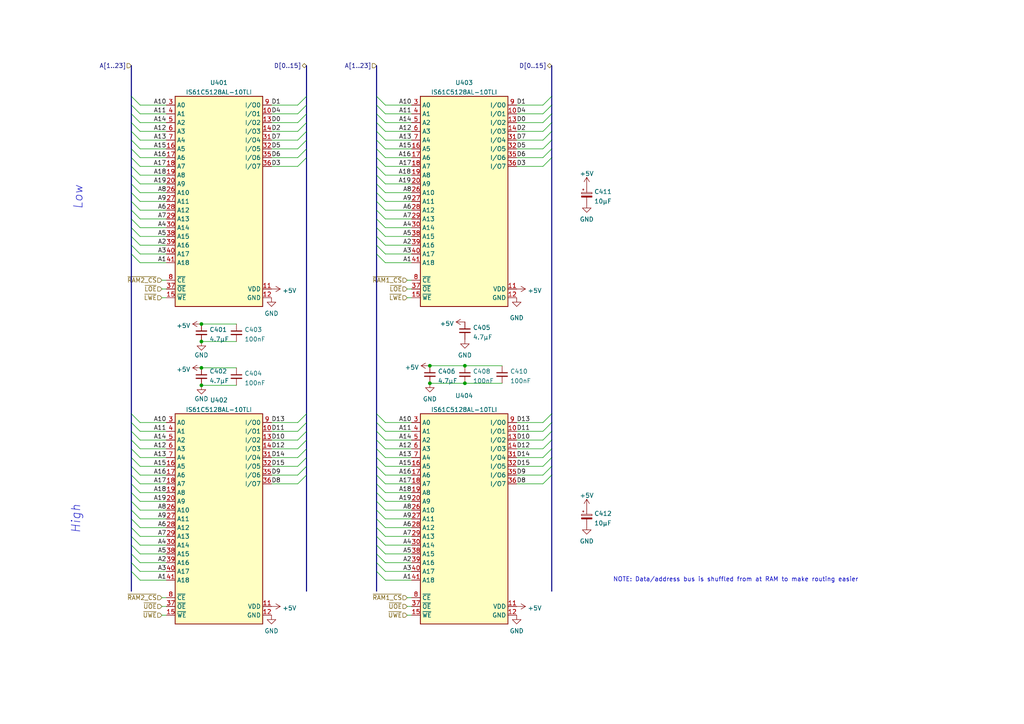
<source format=kicad_sch>
(kicad_sch (version 20210621) (generator eeschema)
  (paper "A4")
  (lib_symbols
    (symbol "68komputer-common:IS61C5128AL-10TLI"
      (property "Reference" "U" (at -10.16 31.75 0))
      (property "Value" "IS61C5128AL-10TLI" (at 12.7 31.75 0))
      (symbol "IS61C5128AL-10TLI_0_1"
        (rectangle (start -12.7 30.48) (end 12.7 -30.48) (stroke (width 0.254)) (fill (type background)))
      )
      (symbol "IS61C5128AL-10TLI_1_1"
        (pin no_connect line (at 12.7 -17.78 180) (length 2.54) hide (name "NC") (number "1"))
        (pin bidirectional line (at 15.24 25.4 180) (length 2.54) (name "I/O1") (number "10"))
        (pin power_in line (at 15.24 -25.4 180) (length 2.54) (name "VDD") (number "11"))
        (pin power_in line (at 15.24 -27.94 180) (length 2.54) (name "GND") (number "12"))
        (pin bidirectional line (at 15.24 22.86 180) (length 2.54) (name "I/O2") (number "13"))
        (pin bidirectional line (at 15.24 20.32 180) (length 2.54) (name "I/O3") (number "14"))
        (pin input line (at -15.24 -27.94 0) (length 2.54) (name "~{WE}") (number "15"))
        (pin input line (at -15.24 15.24 0) (length 2.54) (name "A5") (number "16"))
        (pin input line (at -15.24 12.7 0) (length 2.54) (name "A6") (number "17"))
        (pin input line (at -15.24 10.16 0) (length 2.54) (name "A7") (number "18"))
        (pin input line (at -15.24 7.62 0) (length 2.54) (name "A8") (number "19"))
        (pin no_connect line (at 12.7 -15.24 180) (length 2.54) hide (name "NC") (number "2"))
        (pin input line (at -15.24 5.08 0) (length 2.54) (name "A9") (number "20"))
        (pin no_connect line (at 12.7 -12.7 180) (length 2.54) hide (name "NC") (number "21"))
        (pin no_connect line (at 12.7 -10.16 180) (length 2.54) hide (name "NC") (number "22"))
        (pin no_connect line (at 12.7 -7.62 180) (length 2.54) hide (name "NC") (number "23"))
        (pin no_connect line (at 12.7 -5.08 180) (length 2.54) hide (name "NC") (number "24"))
        (pin no_connect line (at 12.7 -2.54 180) (length 2.54) hide (name "NC") (number "25"))
        (pin input line (at -15.24 2.54 0) (length 2.54) (name "A10") (number "26"))
        (pin input line (at -15.24 0 0) (length 2.54) (name "A11") (number "27"))
        (pin input line (at -15.24 -2.54 0) (length 2.54) (name "A12") (number "28"))
        (pin input line (at -15.24 -5.08 0) (length 2.54) (name "A13") (number "29"))
        (pin input line (at -15.24 27.94 0) (length 2.54) (name "A0") (number "3"))
        (pin input line (at -15.24 -7.62 0) (length 2.54) (name "A14") (number "30"))
        (pin bidirectional line (at 15.24 17.78 180) (length 2.54) (name "I/O4") (number "31"))
        (pin bidirectional line (at 15.24 15.24 180) (length 2.54) (name "I/O5") (number "32"))
        (pin passive line (at 15.24 -25.4 180) (length 2.54) hide (name "VDD") (number "33"))
        (pin passive line (at 15.24 -27.94 180) (length 2.54) hide (name "GND") (number "34"))
        (pin bidirectional line (at 15.24 12.7 180) (length 2.54) (name "I/O6") (number "35"))
        (pin bidirectional line (at 15.24 10.16 180) (length 2.54) (name "I/O7") (number "36"))
        (pin input line (at -15.24 -25.4 0) (length 2.54) (name "~{OE}") (number "37"))
        (pin input line (at -15.24 -10.16 0) (length 2.54) (name "A15") (number "38"))
        (pin input line (at -15.24 -12.7 0) (length 2.54) (name "A16") (number "39"))
        (pin input line (at -15.24 25.4 0) (length 2.54) (name "A1") (number "4"))
        (pin input line (at -15.24 -15.24 0) (length 2.54) (name "A17") (number "40"))
        (pin input line (at -15.24 -17.78 0) (length 2.54) (name "A18") (number "41"))
        (pin no_connect line (at 12.7 0 180) (length 2.54) hide (name "NC") (number "42"))
        (pin no_connect line (at 12.7 2.54 180) (length 2.54) hide (name "NC") (number "43"))
        (pin no_connect line (at 12.7 5.08 180) (length 2.54) hide (name "NC") (number "44"))
        (pin input line (at -15.24 22.86 0) (length 2.54) (name "A2") (number "5"))
        (pin input line (at -15.24 20.32 0) (length 2.54) (name "A3") (number "6"))
        (pin input line (at -15.24 17.78 0) (length 2.54) (name "A4") (number "7"))
        (pin input line (at -15.24 -22.86 0) (length 2.54) (name "~{CE}") (number "8"))
        (pin bidirectional line (at 15.24 27.94 180) (length 2.54) (name "I/O0") (number "9"))
      )
    )
    (symbol "Device:C_Polarized_Small" (pin_numbers hide) (pin_names (offset 0.254) hide)
      (property "Reference" "C" (at 0.254 1.778 0))
      (property "Value" "C_Polarized_Small" (at 0.254 -2.032 0))
      (symbol "C_Polarized_Small_0_1"
        (rectangle (start -1.524 -0.3048) (end 1.524 -0.6858) (fill (type outline)))
        (rectangle (start -1.524 0.6858) (end 1.524 0.3048))
        (polyline (pts (xy -1.27 1.524) (xy -0.762 1.524)))
        (polyline (pts (xy -1.016 1.27) (xy -1.016 1.778)))
      )
      (symbol "C_Polarized_Small_1_1"
        (pin passive line (at 0 2.54 270) (length 1.8542) (name "~") (number "1"))
        (pin passive line (at 0 -2.54 90) (length 1.8542) (name "~") (number "2"))
      )
    )
    (symbol "Device:C_Small" (pin_numbers hide) (pin_names (offset 0.254) hide)
      (property "Reference" "C" (at 0.254 1.778 0))
      (property "Value" "C_Small" (at 0.254 -2.032 0))
      (symbol "C_Small_0_1"
        (polyline (pts (xy -1.524 -0.508) (xy 1.524 -0.508)) (stroke (width 0.3302)))
        (polyline (pts (xy -1.524 0.508) (xy 1.524 0.508)) (stroke (width 0.3048)))
      )
      (symbol "C_Small_1_1"
        (pin passive line (at 0 2.54 270) (length 2.032) (name "~") (number "1"))
        (pin passive line (at 0 -2.54 90) (length 2.032) (name "~") (number "2"))
      )
    )
    (symbol "power:+5V" (power) (pin_names (offset 0))
      (property "Value" "+5V" (at 0 3.556 0))
      (symbol "+5V_0_1"
        (polyline (pts (xy -0.762 1.27) (xy 0 2.54)))
        (polyline (pts (xy 0 0) (xy 0 2.54)))
        (polyline (pts (xy 0 2.54) (xy 0.762 1.27)))
      )
      (symbol "+5V_1_1"
        (pin power_in line (at 0 0 90) (length 0) hide (name "+5V") (number "1"))
      )
    )
    (symbol "power:GND" (power) (pin_names (offset 0))
      (property "Value" "GND" (at 0 -3.81 0))
      (symbol "GND_0_1"
        (polyline (pts (xy 0 0) (xy 0 -1.27) (xy 1.27 -1.27) (xy 0 -2.54) (xy -1.27 -1.27) (xy 0 -1.27)))
      )
      (symbol "GND_1_1"
        (pin power_in line (at 0 0 270) (length 0) hide (name "GND") (number "1"))
      )
    )
  )
  (junction (at 58.42 93.98))
  (junction (at 134.8359 106.0834))
  (junction (at 58.42 99.06))
  (junction (at 124.6759 111.1634))
  (junction (at 134.8359 111.1634))
  (junction (at 58.42 106.68))
  (junction (at 58.42 111.76))
  (junction (at 124.6759 106.0834))
  (bus_entry (at 109.22 125.095) (size 2.54 2.54))
  (bus_entry (at 38.1 127.635) (size 2.54 2.54))
  (bus_entry (at 38.1 142.875) (size 2.54 2.54))
  (bus_entry (at 157.48 127.635) (size 2.54 -2.54))
  (bus_entry (at 38.1 125.095) (size 2.54 2.54))
  (bus_entry (at 109.22 55.88) (size 2.54 2.54))
  (bus_entry (at 157.48 30.48) (size 2.54 -2.54))
  (bus_entry (at 38.1 130.175) (size 2.54 2.54))
  (bus_entry (at 109.22 120.015) (size 2.54 2.54))
  (bus_entry (at 109.22 160.655) (size 2.54 2.54))
  (bus_entry (at 157.48 45.72) (size 2.54 -2.54))
  (bus_entry (at 38.1 140.335) (size 2.54 2.54))
  (bus_entry (at 109.22 50.8) (size 2.54 2.54))
  (bus_entry (at 38.1 137.795) (size 2.54 2.54))
  (bus_entry (at 109.22 53.34) (size 2.54 2.54))
  (bus_entry (at 157.48 137.795) (size 2.54 -2.54))
  (bus_entry (at 86.36 30.48) (size 2.54 -2.54))
  (bus_entry (at 109.22 33.02) (size 2.54 2.54))
  (bus_entry (at 157.48 132.715) (size 2.54 -2.54))
  (bus_entry (at 157.48 130.175) (size 2.54 -2.54))
  (bus_entry (at 38.1 66.04) (size 2.54 2.54))
  (bus_entry (at 86.36 33.02) (size 2.54 -2.54))
  (bus_entry (at 38.1 30.48) (size 2.54 2.54))
  (bus_entry (at 38.1 73.66) (size 2.54 2.54))
  (bus_entry (at 38.1 147.955) (size 2.54 2.54))
  (bus_entry (at 157.48 35.56) (size 2.54 -2.54))
  (bus_entry (at 38.1 45.72) (size 2.54 2.54))
  (bus_entry (at 109.22 135.255) (size 2.54 2.54))
  (bus_entry (at 109.22 145.415) (size 2.54 2.54))
  (bus_entry (at 38.1 135.255) (size 2.54 2.54))
  (bus_entry (at 109.22 163.195) (size 2.54 2.54))
  (bus_entry (at 109.22 60.96) (size 2.54 2.54))
  (bus_entry (at 38.1 160.655) (size 2.54 2.54))
  (bus_entry (at 86.36 45.72) (size 2.54 -2.54))
  (bus_entry (at 86.36 38.1) (size 2.54 -2.54))
  (bus_entry (at 38.1 155.575) (size 2.54 2.54))
  (bus_entry (at 38.1 53.34) (size 2.54 2.54))
  (bus_entry (at 109.22 48.26) (size 2.54 2.54))
  (bus_entry (at 157.48 33.02) (size 2.54 -2.54))
  (bus_entry (at 109.22 127.635) (size 2.54 2.54))
  (bus_entry (at 109.22 130.175) (size 2.54 2.54))
  (bus_entry (at 38.1 33.02) (size 2.54 2.54))
  (bus_entry (at 157.48 40.64) (size 2.54 -2.54))
  (bus_entry (at 38.1 68.58) (size 2.54 2.54))
  (bus_entry (at 86.36 140.335) (size 2.54 -2.54))
  (bus_entry (at 86.36 122.555) (size 2.54 -2.54))
  (bus_entry (at 86.36 130.175) (size 2.54 -2.54))
  (bus_entry (at 109.22 30.48) (size 2.54 2.54))
  (bus_entry (at 38.1 38.1) (size 2.54 2.54))
  (bus_entry (at 38.1 150.495) (size 2.54 2.54))
  (bus_entry (at 109.22 40.64) (size 2.54 2.54))
  (bus_entry (at 38.1 55.88) (size 2.54 2.54))
  (bus_entry (at 109.22 38.1) (size 2.54 2.54))
  (bus_entry (at 157.48 125.095) (size 2.54 -2.54))
  (bus_entry (at 109.22 122.555) (size 2.54 2.54))
  (bus_entry (at 86.36 40.64) (size 2.54 -2.54))
  (bus_entry (at 38.1 122.555) (size 2.54 2.54))
  (bus_entry (at 38.1 120.015) (size 2.54 2.54))
  (bus_entry (at 109.22 66.04) (size 2.54 2.54))
  (bus_entry (at 109.22 27.94) (size 2.54 2.54))
  (bus_entry (at 109.22 132.715) (size 2.54 2.54))
  (bus_entry (at 38.1 158.115) (size 2.54 2.54))
  (bus_entry (at 38.1 35.56) (size 2.54 2.54))
  (bus_entry (at 38.1 40.64) (size 2.54 2.54))
  (bus_entry (at 86.36 48.26) (size 2.54 -2.54))
  (bus_entry (at 109.22 71.12) (size 2.54 2.54))
  (bus_entry (at 38.1 48.26) (size 2.54 2.54))
  (bus_entry (at 109.22 158.115) (size 2.54 2.54))
  (bus_entry (at 109.22 58.42) (size 2.54 2.54))
  (bus_entry (at 38.1 132.715) (size 2.54 2.54))
  (bus_entry (at 38.1 63.5) (size 2.54 2.54))
  (bus_entry (at 109.22 153.035) (size 2.54 2.54))
  (bus_entry (at 86.36 135.255) (size 2.54 -2.54))
  (bus_entry (at 109.22 142.875) (size 2.54 2.54))
  (bus_entry (at 109.22 147.955) (size 2.54 2.54))
  (bus_entry (at 109.22 140.335) (size 2.54 2.54))
  (bus_entry (at 86.36 125.095) (size 2.54 -2.54))
  (bus_entry (at 38.1 58.42) (size 2.54 2.54))
  (bus_entry (at 157.48 135.255) (size 2.54 -2.54))
  (bus_entry (at 109.22 137.795) (size 2.54 2.54))
  (bus_entry (at 38.1 163.195) (size 2.54 2.54))
  (bus_entry (at 38.1 153.035) (size 2.54 2.54))
  (bus_entry (at 157.48 122.555) (size 2.54 -2.54))
  (bus_entry (at 109.22 35.56) (size 2.54 2.54))
  (bus_entry (at 109.22 155.575) (size 2.54 2.54))
  (bus_entry (at 38.1 71.12) (size 2.54 2.54))
  (bus_entry (at 157.48 43.18) (size 2.54 -2.54))
  (bus_entry (at 86.36 35.56) (size 2.54 -2.54))
  (bus_entry (at 86.36 137.795) (size 2.54 -2.54))
  (bus_entry (at 157.48 48.26) (size 2.54 -2.54))
  (bus_entry (at 109.22 43.18) (size 2.54 2.54))
  (bus_entry (at 38.1 145.415) (size 2.54 2.54))
  (bus_entry (at 38.1 60.96) (size 2.54 2.54))
  (bus_entry (at 157.48 38.1) (size 2.54 -2.54))
  (bus_entry (at 86.36 127.635) (size 2.54 -2.54))
  (bus_entry (at 109.22 45.72) (size 2.54 2.54))
  (bus_entry (at 38.1 50.8) (size 2.54 2.54))
  (bus_entry (at 38.1 27.94) (size 2.54 2.54))
  (bus_entry (at 157.48 140.335) (size 2.54 -2.54))
  (bus_entry (at 109.22 150.495) (size 2.54 2.54))
  (bus_entry (at 109.22 63.5) (size 2.54 2.54))
  (bus_entry (at 109.22 73.66) (size 2.54 2.54))
  (bus_entry (at 86.36 43.18) (size 2.54 -2.54))
  (bus_entry (at 109.22 165.735) (size 2.54 2.54))
  (bus_entry (at 86.36 132.715) (size 2.54 -2.54))
  (bus_entry (at 38.1 165.735) (size 2.54 2.54))
  (bus_entry (at 109.22 68.58) (size 2.54 2.54))
  (bus_entry (at 38.1 43.18) (size 2.54 2.54))
  (wire (pts (xy 40.64 122.555) (xy 48.26 122.555)))
  (wire (pts (xy 78.74 135.255) (xy 86.36 135.255)))
  (wire (pts (xy 111.76 155.575) (xy 119.38 155.575)))
  (wire (pts (xy 78.74 33.02) (xy 86.36 33.02)))
  (wire (pts (xy 149.86 140.335) (xy 157.48 140.335)))
  (wire (pts (xy 124.6759 111.1634) (xy 134.8359 111.1634)))
  (bus (pts (xy 109.22 155.575) (xy 109.22 158.115)))
  (bus (pts (xy 109.22 150.495) (xy 109.22 153.035)))
  (bus (pts (xy 109.22 153.035) (xy 109.22 155.575)))
  (bus (pts (xy 109.22 145.415) (xy 109.22 147.955)))
  (bus (pts (xy 109.22 142.875) (xy 109.22 145.415)))
  (bus (pts (xy 109.22 147.955) (xy 109.22 150.495)))
  (bus (pts (xy 109.22 160.655) (xy 109.22 163.195)))
  (bus (pts (xy 109.22 158.115) (xy 109.22 160.655)))
  (bus (pts (xy 109.22 165.735) (xy 109.22 171.45)))
  (bus (pts (xy 109.22 163.195) (xy 109.22 165.735)))
  (bus (pts (xy 109.22 140.335) (xy 109.22 142.875)))
  (bus (pts (xy 109.22 137.795) (xy 109.22 140.335)))
  (bus (pts (xy 109.22 55.88) (xy 109.22 58.42)))
  (bus (pts (xy 109.22 58.42) (xy 109.22 60.96)))
  (bus (pts (xy 109.22 45.72) (xy 109.22 48.26)))
  (bus (pts (xy 109.22 40.64) (xy 109.22 43.18)))
  (bus (pts (xy 109.22 43.18) (xy 109.22 45.72)))
  (bus (pts (xy 109.22 53.34) (xy 109.22 55.88)))
  (bus (pts (xy 109.22 48.26) (xy 109.22 50.8)))
  (bus (pts (xy 109.22 50.8) (xy 109.22 53.34)))
  (bus (pts (xy 109.22 38.1) (xy 109.22 40.64)))
  (bus (pts (xy 109.22 71.12) (xy 109.22 73.66)))
  (bus (pts (xy 109.22 68.58) (xy 109.22 71.12)))
  (bus (pts (xy 109.22 60.96) (xy 109.22 63.5)))
  (bus (pts (xy 109.22 63.5) (xy 109.22 66.04)))
  (bus (pts (xy 109.22 66.04) (xy 109.22 68.58)))
  (bus (pts (xy 109.22 35.56) (xy 109.22 38.1)))
  (bus (pts (xy 109.22 33.02) (xy 109.22 35.56)))
  (bus (pts (xy 109.22 30.48) (xy 109.22 33.02)))
  (bus (pts (xy 109.22 19.05) (xy 109.22 27.94)))
  (bus (pts (xy 109.22 27.94) (xy 109.22 30.48)))
  (bus (pts (xy 109.22 73.66) (xy 109.22 120.015)))
  (bus (pts (xy 109.22 122.555) (xy 109.22 125.095)))
  (bus (pts (xy 109.22 120.015) (xy 109.22 122.555)))
  (bus (pts (xy 109.22 132.715) (xy 109.22 135.255)))
  (bus (pts (xy 109.22 130.175) (xy 109.22 132.715)))
  (bus (pts (xy 109.22 135.255) (xy 109.22 137.795)))
  (bus (pts (xy 109.22 125.095) (xy 109.22 127.635)))
  (bus (pts (xy 109.22 127.635) (xy 109.22 130.175)))
  (bus (pts (xy 38.1 135.255) (xy 38.1 137.795)))
  (bus (pts (xy 38.1 140.335) (xy 38.1 142.875)))
  (bus (pts (xy 38.1 137.795) (xy 38.1 140.335)))
  (bus (pts (xy 38.1 125.095) (xy 38.1 127.635)))
  (bus (pts (xy 38.1 127.635) (xy 38.1 130.175)))
  (bus (pts (xy 38.1 130.175) (xy 38.1 132.715)))
  (bus (pts (xy 38.1 132.715) (xy 38.1 135.255)))
  (bus (pts (xy 38.1 145.415) (xy 38.1 147.955)))
  (bus (pts (xy 38.1 142.875) (xy 38.1 145.415)))
  (bus (pts (xy 38.1 150.495) (xy 38.1 153.035)))
  (bus (pts (xy 38.1 147.955) (xy 38.1 150.495)))
  (bus (pts (xy 38.1 153.035) (xy 38.1 155.575)))
  (bus (pts (xy 38.1 160.655) (xy 38.1 163.195)))
  (bus (pts (xy 38.1 155.575) (xy 38.1 158.115)))
  (bus (pts (xy 38.1 158.115) (xy 38.1 160.655)))
  (bus (pts (xy 38.1 163.195) (xy 38.1 165.735)))
  (bus (pts (xy 38.1 165.735) (xy 38.1 171.45)))
  (bus (pts (xy 38.1 73.66) (xy 38.1 120.015)))
  (bus (pts (xy 38.1 120.015) (xy 38.1 122.555)))
  (bus (pts (xy 38.1 122.555) (xy 38.1 125.095)))
  (bus (pts (xy 38.1 68.58) (xy 38.1 71.12)))
  (bus (pts (xy 38.1 71.12) (xy 38.1 73.66)))
  (bus (pts (xy 38.1 33.02) (xy 38.1 35.56)))
  (bus (pts (xy 38.1 30.48) (xy 38.1 33.02)))
  (bus (pts (xy 38.1 19.05) (xy 38.1 27.94)))
  (bus (pts (xy 38.1 27.94) (xy 38.1 30.48)))
  (bus (pts (xy 38.1 48.26) (xy 38.1 50.8)))
  (bus (pts (xy 38.1 45.72) (xy 38.1 48.26)))
  (bus (pts (xy 38.1 43.18) (xy 38.1 45.72)))
  (bus (pts (xy 38.1 38.1) (xy 38.1 40.64)))
  (bus (pts (xy 38.1 40.64) (xy 38.1 43.18)))
  (bus (pts (xy 38.1 35.56) (xy 38.1 38.1)))
  (bus (pts (xy 38.1 55.88) (xy 38.1 58.42)))
  (bus (pts (xy 38.1 58.42) (xy 38.1 60.96)))
  (bus (pts (xy 38.1 50.8) (xy 38.1 53.34)))
  (bus (pts (xy 38.1 53.34) (xy 38.1 55.88)))
  (bus (pts (xy 38.1 60.96) (xy 38.1 63.5)))
  (bus (pts (xy 38.1 66.04) (xy 38.1 68.58)))
  (bus (pts (xy 38.1 63.5) (xy 38.1 66.04)))
  (wire (pts (xy 111.76 63.5) (xy 119.38 63.5)))
  (wire (pts (xy 78.74 125.095) (xy 86.36 125.095)))
  (wire (pts (xy 111.76 147.955) (xy 119.38 147.955)))
  (wire (pts (xy 58.42 99.06) (xy 68.58 99.06)))
  (wire (pts (xy 40.64 130.175) (xy 48.26 130.175)))
  (wire (pts (xy 111.76 140.335) (xy 119.38 140.335)))
  (wire (pts (xy 111.76 135.255) (xy 119.38 135.255)))
  (wire (pts (xy 149.86 33.02) (xy 157.48 33.02)))
  (wire (pts (xy 111.76 142.875) (xy 119.38 142.875)))
  (wire (pts (xy 40.64 137.795) (xy 48.26 137.795)))
  (wire (pts (xy 40.64 145.415) (xy 48.26 145.415)))
  (wire (pts (xy 40.64 35.56) (xy 48.26 35.56)))
  (wire (pts (xy 46.99 86.36) (xy 48.26 86.36)))
  (wire (pts (xy 111.76 58.42) (xy 119.38 58.42)))
  (wire (pts (xy 149.86 130.175) (xy 157.48 130.175)))
  (wire (pts (xy 78.74 38.1) (xy 86.36 38.1)))
  (wire (pts (xy 78.74 40.64) (xy 86.36 40.64)))
  (bus (pts (xy 88.9 120.015) (xy 88.9 122.555)))
  (bus (pts (xy 88.9 125.095) (xy 88.9 127.635)))
  (bus (pts (xy 88.9 122.555) (xy 88.9 125.095)))
  (bus (pts (xy 88.9 137.795) (xy 88.9 171.45)))
  (bus (pts (xy 88.9 132.715) (xy 88.9 135.255)))
  (bus (pts (xy 88.9 135.255) (xy 88.9 137.795)))
  (bus (pts (xy 88.9 127.635) (xy 88.9 130.175)))
  (bus (pts (xy 88.9 130.175) (xy 88.9 132.715)))
  (bus (pts (xy 88.9 30.48) (xy 88.9 33.02)))
  (bus (pts (xy 88.9 33.02) (xy 88.9 35.56)))
  (bus (pts (xy 88.9 27.94) (xy 88.9 30.48)))
  (bus (pts (xy 88.9 19.05) (xy 88.9 27.94)))
  (bus (pts (xy 88.9 40.64) (xy 88.9 43.18)))
  (bus (pts (xy 88.9 43.18) (xy 88.9 45.72)))
  (bus (pts (xy 88.9 38.1) (xy 88.9 40.64)))
  (bus (pts (xy 88.9 35.56) (xy 88.9 38.1)))
  (bus (pts (xy 88.9 45.72) (xy 88.9 120.015)))
  (wire (pts (xy 149.86 45.72) (xy 157.48 45.72)))
  (wire (pts (xy 40.64 125.095) (xy 48.26 125.095)))
  (wire (pts (xy 149.86 127.635) (xy 157.48 127.635)))
  (wire (pts (xy 111.76 122.555) (xy 119.38 122.555)))
  (wire (pts (xy 78.74 140.335) (xy 86.36 140.335)))
  (wire (pts (xy 111.76 60.96) (xy 119.38 60.96)))
  (wire (pts (xy 40.64 63.5) (xy 48.26 63.5)))
  (wire (pts (xy 78.74 45.72) (xy 86.36 45.72)))
  (wire (pts (xy 40.64 53.34) (xy 48.26 53.34)))
  (wire (pts (xy 78.74 48.26) (xy 86.36 48.26)))
  (wire (pts (xy 118.11 83.82) (xy 119.38 83.82)))
  (wire (pts (xy 111.76 76.2) (xy 119.38 76.2)))
  (wire (pts (xy 111.76 150.495) (xy 119.38 150.495)))
  (wire (pts (xy 111.76 35.56) (xy 119.38 35.56)))
  (wire (pts (xy 111.76 137.795) (xy 119.38 137.795)))
  (wire (pts (xy 111.76 158.115) (xy 119.38 158.115)))
  (wire (pts (xy 111.76 33.02) (xy 119.38 33.02)))
  (wire (pts (xy 149.86 40.64) (xy 157.48 40.64)))
  (wire (pts (xy 40.64 40.64) (xy 48.26 40.64)))
  (wire (pts (xy 40.64 58.42) (xy 48.26 58.42)))
  (wire (pts (xy 40.64 71.12) (xy 48.26 71.12)))
  (wire (pts (xy 111.76 132.715) (xy 119.38 132.715)))
  (wire (pts (xy 124.6759 106.0834) (xy 134.8359 106.0834)))
  (wire (pts (xy 111.76 50.8) (xy 119.38 50.8)))
  (wire (pts (xy 149.86 135.255) (xy 157.48 135.255)))
  (wire (pts (xy 78.74 122.555) (xy 86.36 122.555)))
  (wire (pts (xy 149.86 43.18) (xy 157.48 43.18)))
  (wire (pts (xy 78.74 35.56) (xy 86.36 35.56)))
  (wire (pts (xy 40.64 147.955) (xy 48.26 147.955)))
  (wire (pts (xy 118.11 178.435) (xy 119.38 178.435)))
  (wire (pts (xy 40.64 132.715) (xy 48.26 132.715)))
  (wire (pts (xy 111.76 40.64) (xy 119.38 40.64)))
  (wire (pts (xy 111.76 130.175) (xy 119.38 130.175)))
  (wire (pts (xy 78.74 130.175) (xy 86.36 130.175)))
  (wire (pts (xy 149.86 132.715) (xy 157.48 132.715)))
  (wire (pts (xy 149.86 137.795) (xy 157.48 137.795)))
  (wire (pts (xy 78.74 127.635) (xy 86.36 127.635)))
  (wire (pts (xy 46.99 173.355) (xy 48.26 173.355)))
  (wire (pts (xy 58.42 111.76) (xy 68.58 111.76)))
  (wire (pts (xy 40.64 50.8) (xy 48.26 50.8)))
  (wire (pts (xy 40.64 158.115) (xy 48.26 158.115)))
  (wire (pts (xy 40.64 168.275) (xy 48.26 168.275)))
  (wire (pts (xy 40.64 38.1) (xy 48.26 38.1)))
  (wire (pts (xy 78.74 132.715) (xy 86.36 132.715)))
  (bus (pts (xy 160.02 127.635) (xy 160.02 130.175)))
  (bus (pts (xy 160.02 130.175) (xy 160.02 132.715)))
  (bus (pts (xy 160.02 125.095) (xy 160.02 127.635)))
  (bus (pts (xy 160.02 137.795) (xy 160.02 171.45)))
  (bus (pts (xy 160.02 132.715) (xy 160.02 135.255)))
  (bus (pts (xy 160.02 135.255) (xy 160.02 137.795)))
  (bus (pts (xy 160.02 122.555) (xy 160.02 125.095)))
  (bus (pts (xy 160.02 35.56) (xy 160.02 38.1)))
  (bus (pts (xy 160.02 33.02) (xy 160.02 35.56)))
  (bus (pts (xy 160.02 19.05) (xy 160.02 27.94)))
  (bus (pts (xy 160.02 27.94) (xy 160.02 30.48)))
  (bus (pts (xy 160.02 38.1) (xy 160.02 40.64)))
  (bus (pts (xy 160.02 43.18) (xy 160.02 45.72)))
  (bus (pts (xy 160.02 40.64) (xy 160.02 43.18)))
  (bus (pts (xy 160.02 30.48) (xy 160.02 33.02)))
  (bus (pts (xy 160.02 45.72) (xy 160.02 120.015)))
  (bus (pts (xy 160.02 120.015) (xy 160.02 122.555)))
  (wire (pts (xy 40.64 165.735) (xy 48.26 165.735)))
  (wire (pts (xy 111.76 30.48) (xy 119.38 30.48)))
  (wire (pts (xy 111.76 48.26) (xy 119.38 48.26)))
  (wire (pts (xy 40.64 140.335) (xy 48.26 140.335)))
  (wire (pts (xy 149.86 125.095) (xy 157.48 125.095)))
  (wire (pts (xy 40.64 76.2) (xy 48.26 76.2)))
  (wire (pts (xy 111.76 71.12) (xy 119.38 71.12)))
  (wire (pts (xy 40.64 60.96) (xy 48.26 60.96)))
  (wire (pts (xy 40.64 73.66) (xy 48.26 73.66)))
  (wire (pts (xy 149.86 35.56) (xy 157.48 35.56)))
  (wire (pts (xy 111.76 53.34) (xy 119.38 53.34)))
  (wire (pts (xy 78.74 137.795) (xy 86.36 137.795)))
  (wire (pts (xy 58.42 93.98) (xy 68.58 93.98)))
  (wire (pts (xy 40.64 153.035) (xy 48.26 153.035)))
  (wire (pts (xy 111.76 125.095) (xy 119.38 125.095)))
  (wire (pts (xy 78.74 43.18) (xy 86.36 43.18)))
  (wire (pts (xy 134.8359 111.1634) (xy 145.6309 111.1634)))
  (wire (pts (xy 40.64 160.655) (xy 48.26 160.655)))
  (wire (pts (xy 78.74 30.48) (xy 86.36 30.48)))
  (wire (pts (xy 40.64 48.26) (xy 48.26 48.26)))
  (wire (pts (xy 40.64 45.72) (xy 48.26 45.72)))
  (wire (pts (xy 111.76 153.035) (xy 119.38 153.035)))
  (wire (pts (xy 40.64 30.48) (xy 48.26 30.48)))
  (wire (pts (xy 111.76 73.66) (xy 119.38 73.66)))
  (wire (pts (xy 40.64 155.575) (xy 48.26 155.575)))
  (wire (pts (xy 149.86 122.555) (xy 157.48 122.555)))
  (wire (pts (xy 111.76 45.72) (xy 119.38 45.72)))
  (wire (pts (xy 40.64 66.04) (xy 48.26 66.04)))
  (wire (pts (xy 46.99 83.82) (xy 48.26 83.82)))
  (wire (pts (xy 134.8359 106.0834) (xy 145.6309 106.0834)))
  (wire (pts (xy 111.76 168.275) (xy 119.38 168.275)))
  (wire (pts (xy 58.42 106.68) (xy 68.58 106.68)))
  (wire (pts (xy 118.11 81.28) (xy 119.38 81.28)))
  (wire (pts (xy 40.64 33.02) (xy 48.26 33.02)))
  (wire (pts (xy 111.76 160.655) (xy 119.38 160.655)))
  (wire (pts (xy 111.76 38.1) (xy 119.38 38.1)))
  (wire (pts (xy 149.86 30.48) (xy 157.48 30.48)))
  (wire (pts (xy 40.64 127.635) (xy 48.26 127.635)))
  (wire (pts (xy 40.64 55.88) (xy 48.26 55.88)))
  (wire (pts (xy 118.11 175.895) (xy 119.38 175.895)))
  (wire (pts (xy 111.76 68.58) (xy 119.38 68.58)))
  (wire (pts (xy 111.76 165.735) (xy 119.38 165.735)))
  (wire (pts (xy 40.64 68.58) (xy 48.26 68.58)))
  (wire (pts (xy 118.11 86.36) (xy 119.38 86.36)))
  (wire (pts (xy 111.76 66.04) (xy 119.38 66.04)))
  (wire (pts (xy 111.76 163.195) (xy 119.38 163.195)))
  (wire (pts (xy 40.64 163.195) (xy 48.26 163.195)))
  (wire (pts (xy 46.99 178.435) (xy 48.26 178.435)))
  (wire (pts (xy 46.99 175.895) (xy 48.26 175.895)))
  (wire (pts (xy 149.86 48.26) (xy 157.48 48.26)))
  (wire (pts (xy 40.64 150.495) (xy 48.26 150.495)))
  (wire (pts (xy 149.86 38.1) (xy 157.48 38.1)))
  (wire (pts (xy 111.76 55.88) (xy 119.38 55.88)))
  (wire (pts (xy 111.76 145.415) (xy 119.38 145.415)))
  (wire (pts (xy 40.64 43.18) (xy 48.26 43.18)))
  (wire (pts (xy 40.64 142.875) (xy 48.26 142.875)))
  (wire (pts (xy 118.11 173.355) (xy 119.38 173.355)))
  (wire (pts (xy 46.99 81.28) (xy 48.26 81.28)))
  (wire (pts (xy 111.76 43.18) (xy 119.38 43.18)))
  (wire (pts (xy 40.64 135.255) (xy 48.26 135.255)))
  (wire (pts (xy 111.76 127.635) (xy 119.38 127.635)))
  (text "Low" (at 24.13 60.96 90) (effects (font (size 2.54 2.54) italic) (justify left bottom)))
  (text "High" (at 23.495 154.94 90) (effects (font (size 2.54 2.54) italic) (justify left bottom)))
  (text "NOTE: Data/address bus is shuffled from at RAM to make routing easier" (at 177.8 168.91 0) (effects (font (size 1.27 1.27)) (justify left bottom)))
  (label "A1" (at 48.26 76.2 180))
  (label "A15" (at 48.26 43.18 180))
  (label "D3" (at 78.74 48.26 0))
  (label "A12" (at 119.38 130.175 180))
  (label "A7" (at 48.26 155.575 180))
  (label "A13" (at 48.26 132.715 180))
  (label "A1" (at 48.26 168.275 180))
  (label "A11" (at 48.26 33.02 180))
  (label "A9" (at 119.38 150.495 180))
  (label "A8" (at 48.26 147.955 180))
  (label "A18" (at 48.26 142.875 180))
  (label "D7" (at 78.74 40.64 0))
  (label "D14" (at 78.74 132.715 0))
  (label "A17" (at 119.38 140.335 180))
  (label "D14" (at 149.86 132.715 0))
  (label "D6" (at 149.86 45.72 0))
  (label "A9" (at 48.26 58.42 180))
  (label "D13" (at 149.86 122.555 0))
  (label "A2" (at 48.26 71.12 180))
  (label "A19" (at 119.38 145.415 180))
  (label "A7" (at 48.26 63.5 180))
  (label "A16" (at 48.26 137.795 180))
  (label "A3" (at 48.26 73.66 180))
  (label "A7" (at 119.38 155.575 180))
  (label "A10" (at 119.38 122.555 180))
  (label "D8" (at 78.74 140.335 0))
  (label "A19" (at 48.26 53.34 180))
  (label "A1" (at 119.38 168.275 180))
  (label "A19" (at 119.2614 53.34 180))
  (label "D9" (at 149.86 137.795 0))
  (label "A2" (at 119.38 163.195 180))
  (label "A19" (at 48.26 145.415 180))
  (label "A4" (at 119.38 158.115 180))
  (label "A2" (at 119.38 71.12 180))
  (label "A5" (at 119.38 160.655 180))
  (label "A18" (at 119.38 142.875 180))
  (label "A9" (at 48.26 150.495 180))
  (label "D7" (at 149.86 40.64 0))
  (label "A2" (at 48.26 163.195 180))
  (label "A8" (at 48.26 55.88 180))
  (label "D9" (at 78.74 137.795 0))
  (label "D10" (at 149.86 127.635 0))
  (label "A18" (at 48.26 50.8 180))
  (label "A4" (at 48.26 66.04 180))
  (label "A8" (at 119.38 147.955 180))
  (label "D5" (at 149.86 43.18 0))
  (label "A5" (at 48.26 160.655 180))
  (label "A3" (at 48.26 165.735 180))
  (label "A6" (at 48.26 153.035 180))
  (label "A4" (at 119.38 66.04 180))
  (label "A1" (at 119.38 76.2 180))
  (label "D13" (at 78.74 122.555 0))
  (label "A7" (at 119.38 63.5 180))
  (label "A9" (at 119.38 58.42 180))
  (label "A8" (at 119.38 55.88 180))
  (label "A14" (at 48.26 35.56 180))
  (label "A10" (at 119.38 30.48 180))
  (label "A10" (at 48.26 30.48 180))
  (label "D1" (at 149.86 30.48 0))
  (label "A6" (at 119.38 60.96 180))
  (label "A16" (at 119.38 137.795 180))
  (label "A13" (at 119.38 132.715 180))
  (label "A3" (at 119.38 73.66 180))
  (label "D8" (at 149.86 140.335 0))
  (label "D15" (at 78.74 135.255 0))
  (label "A12" (at 48.26 130.175 180))
  (label "A14" (at 48.26 127.635 180))
  (label "D0" (at 149.86 35.56 0))
  (label "A6" (at 48.26 60.96 180))
  (label "A4" (at 48.26 158.115 180))
  (label "D12" (at 149.86 130.175 0))
  (label "D12" (at 78.74 130.175 0))
  (label "A5" (at 119.38 68.58 180))
  (label "A18" (at 119.2614 50.8 180))
  (label "A15" (at 119.38 135.255 180))
  (label "A11" (at 48.26 125.095 180))
  (label "D5" (at 78.74 43.18 0))
  (label "A17" (at 119.38 48.26 180))
  (label "A17" (at 48.26 140.335 180))
  (label "A3" (at 119.38 165.735 180))
  (label "A6" (at 119.38 153.035 180))
  (label "A14" (at 119.38 35.56 180))
  (label "A11" (at 119.38 33.02 180))
  (label "A12" (at 48.26 38.1 180))
  (label "A12" (at 119.38 38.1 180))
  (label "A10" (at 48.26 122.555 180))
  (label "D4" (at 149.86 33.02 0))
  (label "D15" (at 149.86 135.255 0))
  (label "D11" (at 149.86 125.095 0))
  (label "D4" (at 78.74 33.02 0))
  (label "D6" (at 78.74 45.72 0))
  (label "D1" (at 78.74 30.48 0))
  (label "D0" (at 78.74 35.56 0))
  (label "A13" (at 119.38 40.64 180))
  (label "D3" (at 149.86 48.26 0))
  (label "A17" (at 48.2237 48.26 180))
  (label "D11" (at 78.74 125.095 0))
  (label "A11" (at 119.38 125.095 180))
  (label "A15" (at 119.38 43.18 180))
  (label "A15" (at 48.26 135.255 180))
  (label "A16" (at 119.2833 45.72 180))
  (label "D10" (at 78.74 127.635 0))
  (label "A13" (at 48.26 40.64 180))
  (label "A14" (at 119.38 127.635 180))
  (label "D2" (at 149.86 38.1 0))
  (label "A16" (at 48.26 45.72 180))
  (label "A5" (at 48.26 68.58 180))
  (label "D2" (at 78.74 38.1 0))
  (hierarchical_label "A[1..23]" (shape input) (at 38.1 19.05 180))
  (hierarchical_label "~{RAM2_CS}" (shape input) (at 46.99 173.355 180))
  (hierarchical_label "~{RAM1_CS}" (shape input) (at 118.11 173.355 180))
  (hierarchical_label "~{UWE}" (shape input) (at 118.11 178.435 180))
  (hierarchical_label "~{LWE}" (shape input) (at 46.99 86.36 180))
  (hierarchical_label "~{LOE}" (shape input) (at 118.11 83.82 180))
  (hierarchical_label "~{RAM1_CS}" (shape input) (at 118.11 81.28 180))
  (hierarchical_label "~{UOE}" (shape input) (at 46.99 175.895 180))
  (hierarchical_label "~{RAM2_CS}" (shape input) (at 46.99 81.28 180))
  (hierarchical_label "D[0..15]" (shape bidirectional) (at 88.9 19.05 180))
  (hierarchical_label "~{UWE}" (shape input) (at 46.99 178.435 180))
  (hierarchical_label "~{LWE}" (shape input) (at 118.11 86.36 180))
  (hierarchical_label "~{LOE}" (shape input) (at 46.99 83.82 180))
  (hierarchical_label "D[0..15]" (shape bidirectional) (at 160.02 19.05 180))
  (hierarchical_label "~{UOE}" (shape input) (at 118.11 175.895 180))
  (hierarchical_label "A[1..23]" (shape input) (at 109.22 19.05 180))
  (symbol (lib_id "power:GND") (at 78.74 86.36 0) (unit 1)
    (property "Reference" "#PWR0193" (effects hide))
    (property "Value" "GND" (at 78.74 90.9224 0))
  )
  (symbol (lib_id "Device:C_Polarized_Small") (at 170.18 149.86 0) (unit 1)
    (property "Reference" "C412" (at 172.339 148.9515 0) (effects (justify left)))
    (property "Value" "10µF" (at 172.339 151.7266 0) (effects (justify left)))
    (property "Footprint" "Capacitor_Tantalum_SMD:CP_EIA-3216-18_Kemet-A" (effects hide))
  )
  (symbol (lib_id "Device:C_Small") (at 68.58 109.22 0) (unit 1)
    (property "Reference" "C404" (at 70.9041 108.3115 0) (effects (justify left)))
    (property "Value" "100nF" (at 70.9041 111.0866 0) (effects (justify left)))
    (property "Footprint" "Capacitor_SMD:C_0805_2012Metric" (effects hide))
  )
  (symbol (lib_id "68komputer-common:IS61C5128AL-10TLI") (at 134.62 58.42 0) (unit 1)
    (property "Reference" "U403" (at 134.62 23.9735 0))
    (property "Value" "IS61C5128AL-10TLI" (at 134.62 26.7486 0))
    (property "Footprint" "Package_SO:TSOP-II-44_10.16x18.41mm_P0.8mm" (effects hide))
    (property "Datasheet" "http://www.issi.com/WW/pdf/61-64C5128AL.pdf" (effects hide))
  )
  (symbol (lib_id "power:GND") (at 58.42 111.76 0) (unit 1)
    (property "Reference" "#PWR0183" (effects hide))
    (property "Value" "GND" (at 58.42 115.6874 0))
  )
  (symbol (lib_id "power:+5V") (at 58.42 93.98 90) (unit 1)
    (property "Reference" "#PWR0192" (effects hide))
    (property "Value" "+5V" (at 55.245 94.459 90) (effects (justify left)))
  )
  (symbol (lib_id "power:+5V") (at 134.8359 93.3834 90) (unit 1)
    (property "Reference" "#PWR0187" (effects hide))
    (property "Value" "+5V" (at 131.6609 93.8624 90) (effects (justify left)))
  )
  (symbol (lib_id "Device:C_Polarized_Small") (at 170.18 56.515 0) (unit 1)
    (property "Reference" "C411" (at 172.339 55.6065 0) (effects (justify left)))
    (property "Value" "10µF" (at 172.339 58.3816 0) (effects (justify left)))
    (property "Footprint" "Capacitor_Tantalum_SMD:CP_EIA-3216-18_Kemet-A" (effects hide))
  )
  (symbol (lib_id "Device:C_Small") (at 58.42 96.52 0) (unit 1)
    (property "Reference" "C401" (at 60.7441 95.6115 0) (effects (justify left)))
    (property "Value" "4.7µF" (at 60.7441 98.3866 0) (effects (justify left)))
    (property "Footprint" "Capacitor_SMD:C_0805_2012Metric" (effects hide))
  )
  (symbol (lib_id "power:GND") (at 58.42 99.06 0) (unit 1)
    (property "Reference" "#PWR0182" (effects hide))
    (property "Value" "GND" (at 58.42 102.9874 0))
  )
  (symbol (lib_id "power:GND") (at 134.8359 98.4634 0) (unit 1)
    (property "Reference" "#PWR0188" (effects hide))
    (property "Value" "GND" (at 134.8359 103.0258 0))
  )
  (symbol (lib_id "power:GND") (at 170.18 59.055 0) (unit 1)
    (property "Reference" "#PWR0197" (effects hide))
    (property "Value" "GND" (at 170.18 63.6174 0))
  )
  (symbol (lib_id "power:GND") (at 149.86 86.36 0) (unit 1)
    (property "Reference" "#PWR0190" (effects hide))
    (property "Value" "GND" (at 149.86 92.1924 0))
  )
  (symbol (lib_id "power:GND") (at 124.6759 111.1634 0) (unit 1)
    (property "Reference" "#PWR0195" (effects hide))
    (property "Value" "GND" (at 124.6759 115.7258 0))
  )
  (symbol (lib_id "power:GND") (at 78.74 178.435 0) (unit 1)
    (property "Reference" "#PWR0186" (effects hide))
    (property "Value" "GND" (at 78.74 182.9974 0))
  )
  (symbol (lib_id "power:+5V") (at 78.74 175.895 270) (unit 1)
    (property "Reference" "#PWR0185" (effects hide))
    (property "Value" "+5V" (at 81.915 176.374 90) (effects (justify left)))
  )
  (symbol (lib_id "power:GND") (at 170.18 152.4 0) (unit 1)
    (property "Reference" "#PWR0402" (effects hide))
    (property "Value" "GND" (at 170.18 156.9624 0))
  )
  (symbol (lib_id "68komputer-common:IS61C5128AL-10TLI") (at 134.62 150.495 0) (unit 1)
    (property "Reference" "U404" (at 134.62 114.7785 0))
    (property "Value" "IS61C5128AL-10TLI" (at 134.62 118.8236 0))
    (property "Footprint" "Package_SO:TSOP-II-44_10.16x18.41mm_P0.8mm" (effects hide))
    (property "Datasheet" "http://www.issi.com/WW/pdf/61-64C5128AL.pdf" (effects hide))
  )
  (symbol (lib_id "Device:C_Small") (at 145.6309 108.6234 0) (unit 1)
    (property "Reference" "C410" (at 147.955 107.7149 0) (effects (justify left)))
    (property "Value" "100nF" (at 147.955 110.49 0) (effects (justify left)))
    (property "Footprint" "Capacitor_SMD:C_0805_2012Metric" (effects hide))
  )
  (symbol (lib_id "power:+5V") (at 149.86 83.82 270) (unit 1)
    (property "Reference" "#PWR0191" (effects hide))
    (property "Value" "+5V" (at 153.035 84.299 90) (effects (justify left)))
  )
  (symbol (lib_id "68komputer-common:IS61C5128AL-10TLI") (at 63.5 58.42 0) (unit 1)
    (property "Reference" "U401" (at 63.5 23.9735 0))
    (property "Value" "IS61C5128AL-10TLI" (at 63.5 26.7486 0))
    (property "Footprint" "Package_SO:TSOP-II-44_10.16x18.41mm_P0.8mm" (effects hide))
    (property "Datasheet" "http://www.issi.com/WW/pdf/61-64C5128AL.pdf" (effects hide))
  )
  (symbol (lib_id "power:+5V") (at 149.86 175.895 270) (unit 1)
    (property "Reference" "#PWR0199" (effects hide))
    (property "Value" "+5V" (at 153.035 176.374 90) (effects (justify left)))
  )
  (symbol (lib_id "power:+5V") (at 124.6759 106.0834 90) (unit 1)
    (property "Reference" "#PWR0189" (effects hide))
    (property "Value" "+5V" (at 121.5009 106.5624 90) (effects (justify left)))
  )
  (symbol (lib_id "68komputer-common:IS61C5128AL-10TLI") (at 63.5 150.495 0) (unit 1)
    (property "Reference" "U402" (at 63.5 116.0485 0))
    (property "Value" "IS61C5128AL-10TLI" (at 63.5 118.8236 0))
    (property "Footprint" "Package_SO:TSOP-II-44_10.16x18.41mm_P0.8mm" (effects hide))
    (property "Datasheet" "http://www.issi.com/WW/pdf/61-64C5128AL.pdf" (effects hide))
  )
  (symbol (lib_id "Device:C_Small") (at 134.8359 108.6234 0) (unit 1)
    (property "Reference" "C408" (at 137.16 107.7149 0) (effects (justify left)))
    (property "Value" "100nF" (at 137.16 110.49 0) (effects (justify left)))
    (property "Footprint" "Capacitor_SMD:C_0805_2012Metric" (effects hide))
  )
  (symbol (lib_id "Device:C_Small") (at 134.8359 95.9234 0) (unit 1)
    (property "Reference" "C405" (at 137.16 95.0149 0) (effects (justify left)))
    (property "Value" "4.7µF" (at 137.16 97.79 0) (effects (justify left)))
    (property "Footprint" "Capacitor_SMD:C_0805_2012Metric" (effects hide))
  )
  (symbol (lib_id "power:+5V") (at 170.18 53.975 0) (unit 1)
    (property "Reference" "#PWR0196" (effects hide))
    (property "Value" "+5V" (at 170.18 50.3705 0))
  )
  (symbol (lib_id "Device:C_Small") (at 68.58 96.52 0) (unit 1)
    (property "Reference" "C403" (at 70.9041 95.6115 0) (effects (justify left)))
    (property "Value" "100nF" (at 70.9041 98.3866 0) (effects (justify left)))
    (property "Footprint" "Capacitor_SMD:C_0805_2012Metric" (effects hide))
  )
  (symbol (lib_id "power:GND") (at 149.86 178.435 0) (unit 1)
    (property "Reference" "#PWR0198" (effects hide))
    (property "Value" "GND" (at 149.86 182.9974 0))
  )
  (symbol (lib_id "Device:C_Small") (at 124.6759 108.6234 0) (unit 1)
    (property "Reference" "C406" (at 127 107.7149 0) (effects (justify left)))
    (property "Value" "4.7µF" (at 127 110.49 0) (effects (justify left)))
    (property "Footprint" "Capacitor_SMD:C_0805_2012Metric" (effects hide))
  )
  (symbol (lib_id "power:+5V") (at 170.18 147.32 0) (unit 1)
    (property "Reference" "#PWR0401" (effects hide))
    (property "Value" "+5V" (at 170.18 143.7155 0))
  )
  (symbol (lib_id "Device:C_Small") (at 58.42 109.22 0) (unit 1)
    (property "Reference" "C402" (at 60.7441 107.6765 0) (effects (justify left)))
    (property "Value" "4.7µF" (at 60.7441 110.4516 0) (effects (justify left)))
    (property "Footprint" "Capacitor_SMD:C_0805_2012Metric" (effects hide))
  )
  (symbol (lib_id "power:+5V") (at 78.74 83.82 270) (unit 1)
    (property "Reference" "#PWR0194" (effects hide))
    (property "Value" "+5V" (at 81.915 84.299 90) (effects (justify left)))
  )
  (symbol (lib_id "power:+5V") (at 58.42 106.68 90) (unit 1)
    (property "Reference" "#PWR0184" (effects hide))
    (property "Value" "+5V" (at 55.245 107.159 90) (effects (justify left)))
  )
)
</source>
